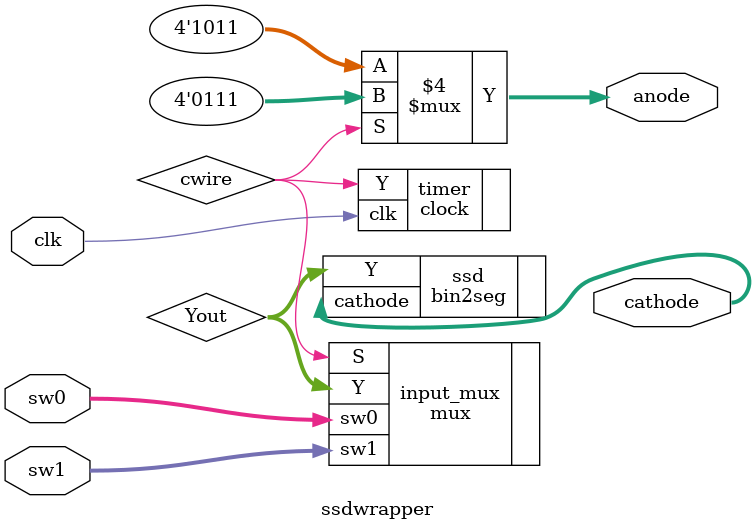
<source format=v>
`timescale 1ns / 1ps


module ssdwrapper(
input [3:0] sw0,
input[3:0] sw1,
input clk,
output reg [3:0] anode,
output [6:0] cathode
    );
//reg [3:0] sw0;
//reg [3:0] sw1;
wire [3:0] Yout;
wire cwire;
clock timer(
.clk(clk),
.Y(cwire)
);

mux input_mux(
.sw0(sw0),
.sw1(sw1),
.S(cwire),
.Y(Yout)
);
bin2seg ssd(
.Y(Yout),
.cathode(cathode)
);
always@(*)
begin
if(cwire == 0)
    anode = 4'b1011;
else 
    anode = 4'b0111;
end
endmodule

</source>
